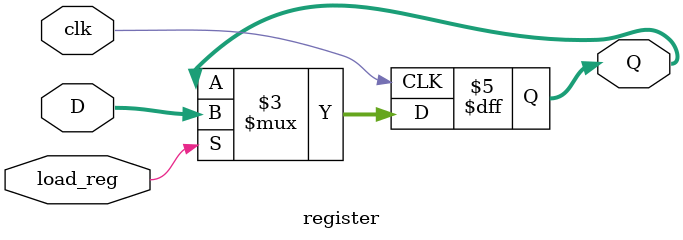
<source format=v>
module register #(parameter W = 4)(
input [W-1:0] D, 
input clk, load_reg,
output reg [W-1:0] Q
    );
    
always @(posedge clk)
if (load_reg == 1) begin
    Q <= D;
end
    
    
    
endmodule
</source>
